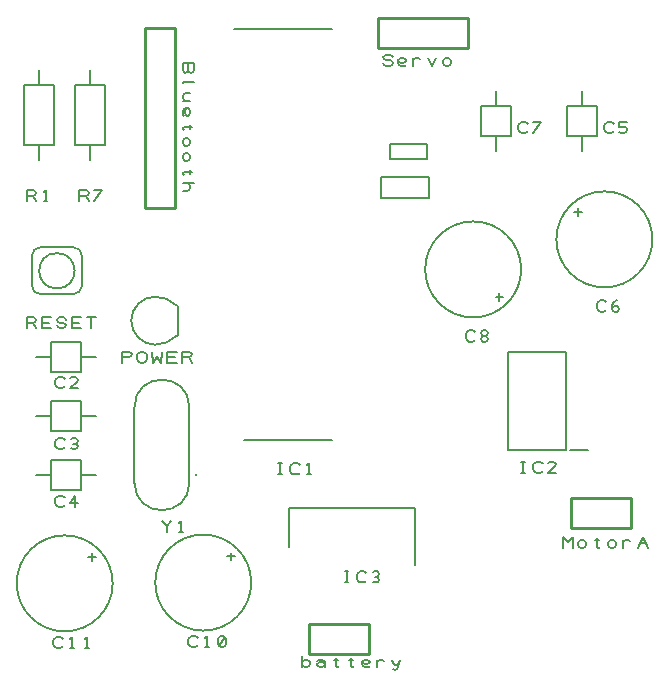
<source format=gbr>
G04 EasyPC Gerber Version 21.0.3 Build 4286 *
G04 #@! TF.Part,Single*
G04 #@! TF.FileFunction,Legend,Top *
G04 #@! TF.FilePolarity,Positive *
%FSLAX35Y35*%
%MOIN*%
%ADD11C,0.00500*%
%ADD13C,0.00787*%
%ADD12C,0.01000*%
X0Y0D02*
D02*
D11*
X18826Y117737D02*
Y121487D01*
X21014*
X21639Y121175*
X21952Y120550*
X21639Y119925*
X21014Y119613*
X18826*
X21014D02*
X21952Y117737D01*
X23826D02*
Y121487D01*
X26952*
X26326Y119613D02*
X23826D01*
Y117737D02*
X26952D01*
X28826Y118675D02*
X29139Y118050D01*
X29764Y117737*
X31014*
X31639Y118050*
X31952Y118675*
X31639Y119300*
X31014Y119613*
X29764*
X29139Y119925*
X28826Y120550*
X29139Y121175*
X29764Y121487*
X31014*
X31639Y121175*
X31952Y120550*
X33826Y117737D02*
Y121487D01*
X36952*
X36326Y119613D02*
X33826D01*
Y117737D02*
X36952D01*
X40389D02*
Y121487D01*
X38826D02*
X41952D01*
X18850Y159987D02*
Y163737D01*
X21037*
X21663Y163425*
X21975Y162800*
X21663Y162175*
X21037Y161863*
X18850*
X21037D02*
X21975Y159987D01*
X24475D02*
X25725D01*
X25100D02*
Y163737D01*
X24475Y163113*
X22050Y68650D02*
X27050D01*
X22050Y88450D02*
X27050D01*
X22050Y108250D02*
X27050D01*
X23050Y173850D02*
Y178850D01*
Y198850D02*
Y203850D01*
X23448Y129034D02*
X34274D01*
G75*
G03X37227Y131987J2953*
G01*
Y141830*
G75*
G03X34274Y144782I-2953*
G01*
X23448*
G75*
G03X20495Y141830J-2953*
G01*
Y131987*
G75*
G03X23448Y129034I2953*
G01*
X27050Y63650D02*
Y73650D01*
X37050*
Y63650*
X27050*
Y83450D02*
Y93450D01*
X37050*
Y83450*
X27050*
Y103250D02*
Y113250D01*
X37050*
Y103250*
X27050*
X30849Y11763D02*
X30536Y11450D01*
X29911Y11137*
X28974*
X28349Y11450*
X28036Y11763*
X27724Y12387*
Y13637*
X28036Y14263*
X28349Y14575*
X28974Y14887*
X29911*
X30536Y14575*
X30849Y14263*
X33349Y11137D02*
X34599D01*
X33974D02*
Y14887D01*
X33349Y14263*
X38349Y11137D02*
X39599D01*
X38974D02*
Y14887D01*
X38349Y14263*
X28050Y178850D02*
X18050D01*
Y198850*
X28050*
Y178850*
X31425Y58813D02*
X31113Y58500D01*
X30487Y58187*
X29550*
X28925Y58500*
X28613Y58813*
X28300Y59437*
Y60687*
X28613Y61313*
X28925Y61625*
X29550Y61937*
X30487*
X31113Y61625*
X31425Y61313*
X34863Y58187D02*
Y61937D01*
X33300Y59437*
X35800*
X31425Y78013D02*
X31113Y77700D01*
X30487Y77387*
X29550*
X28925Y77700*
X28613Y78013*
X28300Y78637*
Y79887*
X28613Y80513*
X28925Y80825*
X29550Y81137*
X30487*
X31113Y80825*
X31425Y80513*
X33613Y77700D02*
X34237Y77387D01*
X34863*
X35487Y77700*
X35800Y78325*
X35487Y78950*
X34863Y79263*
X34237*
X34863D02*
X35487Y79575D01*
X35800Y80200*
X35487Y80825*
X34863Y81137*
X34237*
X33613Y80825*
X31425Y98413D02*
X31113Y98100D01*
X30487Y97787*
X29550*
X28925Y98100*
X28613Y98413*
X28300Y99037*
Y100287*
X28613Y100913*
X28925Y101225*
X29550Y101537*
X30487*
X31113Y101225*
X31425Y100913*
X35800Y97787D02*
X33300D01*
X35487Y99975*
X35800Y100600*
X35487Y101225*
X34863Y101537*
X33925*
X33300Y101225*
X28861Y142794D02*
G75*
G03Y130983J-5906D01*
G01*
G75*
G03Y142794J5906*
G01*
X31474Y48700D02*
G75*
G02X47474Y32700J-16000D01*
G01*
G75*
G02X31474Y16700I-16000*
G01*
G75*
G02X15474Y32700J16000*
G01*
G75*
G02X31474Y48700I16000*
G01*
X36400Y159987D02*
Y163737D01*
X38587*
X39213Y163425*
X39525Y162800*
X39213Y162175*
X38587Y161863*
X36400*
X38587D02*
X39525Y159987D01*
X41400D02*
X43900Y163737D01*
X41400*
X37050Y68650D02*
X42050D01*
X37050Y88450D02*
X42050D01*
X37050Y108250D02*
X42050D01*
X40661Y42700D02*
Y40200D01*
X39411Y41450D02*
X41911D01*
X39850Y173850D02*
Y178850D01*
Y198850D02*
Y203850D01*
X44850Y178850D02*
X34850D01*
Y198850*
X44850*
Y178850*
X50650Y106187D02*
Y109937D01*
X52837*
X53463Y109625*
X53775Y109000*
X53463Y108375*
X52837Y108063*
X50650*
X55650Y107437D02*
Y108687D01*
X55963Y109313*
X56275Y109625*
X56900Y109937*
X57525*
X58150Y109625*
X58463Y109313*
X58775Y108687*
Y107437*
X58463Y106813*
X58150Y106500*
X57525Y106187*
X56900*
X56275Y106500*
X55963Y106813*
X55650Y107437*
X60650Y109937D02*
X60963Y106187D01*
X62213Y108063*
X63463Y106187*
X63775Y109937*
X65650Y106187D02*
Y109937D01*
X68775*
X68150Y108063D02*
X65650D01*
Y106187D02*
X68775D01*
X70650D02*
Y109937D01*
X72837*
X73463Y109625*
X73775Y109000*
X73463Y108375*
X72837Y108063*
X70650*
X72837D02*
X73775Y106187D01*
X61650Y128250D02*
G75*
G03X53650Y120250J-8000D01*
G01*
G75*
G03X61650Y112250I8000*
G01*
G75*
G03X68750Y115150I49J10020*
G01*
X69150Y115550*
Y124950*
X68750Y125350*
G75*
G03X61650Y128250I-7051J-7120*
G01*
X65465Y49787D02*
Y51663D01*
X63902Y53537*
X65465Y51663D02*
X67028Y53537D01*
X69528Y49787D02*
X70778D01*
X70152D02*
Y53537D01*
X69528Y52913*
X72663Y203863D02*
X72350Y203237D01*
X71725Y202925*
X71100Y203237*
X70787Y203863*
Y206050*
X74537*
Y203863*
X74225Y203237*
X73600Y202925*
X72975Y203237*
X72663Y203863*
Y206050*
X70787Y199487D02*
Y199800D01*
X74537*
X73287Y196050D02*
X71725D01*
X71100Y195737*
X70787Y195113*
Y194487*
X71100Y193863*
X71725Y193550*
X73287D02*
X70787D01*
X71100Y188550D02*
X70787Y188863D01*
Y189487*
Y190113*
X71100Y190737*
X71725Y191050*
X72663*
X72975Y190737*
X73287Y190113*
Y189487*
X72975Y188863*
X72663Y188550*
X72350*
X72037Y188863*
X71725Y189487*
Y190113*
X72037Y190737*
X72350Y191050*
X73287Y185425D02*
Y184175D01*
X73913Y184800D02*
X71100D01*
X70787Y184487*
Y184175*
X71100Y183863*
X71725Y181050D02*
X71100Y180737D01*
X70787Y180113*
Y179487*
X71100Y178863*
X71725Y178550*
X72350*
X72975Y178863*
X73287Y179487*
Y180113*
X72975Y180737*
X72350Y181050*
X71725*
Y176050D02*
X71100Y175737D01*
X70787Y175113*
Y174487*
X71100Y173863*
X71725Y173550*
X72350*
X72975Y173863*
X73287Y174487*
Y175113*
X72975Y175737*
X72350Y176050*
X71725*
X73287Y170425D02*
Y169175D01*
X73913Y169800D02*
X71100D01*
X70787Y169487*
Y169175*
X71100Y168863*
X70787Y166050D02*
X74537D01*
X72350D02*
X72975Y165737D01*
X73287Y165113*
Y164487*
X72975Y163863*
X72350Y163550*
X70787*
X75775Y12013D02*
X75463Y11700D01*
X74837Y11387*
X73900*
X73275Y11700*
X72963Y12013*
X72650Y12637*
Y13887*
X72963Y14513*
X73275Y14825*
X73900Y15137*
X74837*
X75463Y14825*
X75775Y14513*
X78275Y11387D02*
X79525D01*
X78900D02*
Y15137D01*
X78275Y14513*
X82963Y11700D02*
X83587Y11387D01*
X84213*
X84837Y11700*
X85150Y12325*
Y14200*
X84837Y14825*
X84213Y15137*
X83587*
X82963Y14825*
X82650Y14200*
Y12325*
X82963Y11700*
X84837Y14825*
X77650Y48950D02*
G75*
G02X93650Y32950J-16000D01*
G01*
G75*
G02X77650Y16950I-16000*
G01*
G75*
G02X61650Y32950J16000*
G01*
G75*
G02X77650Y48950I16000*
G01*
X86837Y42950D02*
Y40450D01*
X85587Y41700D02*
X88087D01*
X102587Y68987D02*
X103837D01*
X103213D02*
Y72737D01*
X102587D02*
X103837D01*
X109775Y69613D02*
X109463Y69300D01*
X108837Y68987*
X107900*
X107275Y69300*
X106963Y69613*
X106650Y70237*
Y71487*
X106963Y72113*
X107275Y72425*
X107900Y72737*
X108837*
X109463Y72425*
X109775Y72113*
X112275Y68987D02*
X113525D01*
X112900D02*
Y72737D01*
X112275Y72113*
X110650Y5725D02*
X110963Y5100D01*
X111587Y4787*
X112213*
X112837Y5100*
X113150Y5725*
Y6350*
X112837Y6975*
X112213Y7287*
X111587*
X110963Y6975*
X110650Y6350*
Y4787D02*
Y8537D01*
X115650Y6975D02*
X116275Y7287D01*
X117213*
X117837Y6975*
X118150Y6350*
Y5413*
X117837Y5100*
X117213Y4787*
X116587*
X115963Y5100*
X115650Y5413*
Y5725*
X115963Y6037*
X116587Y6350*
X117213*
X117837Y6037*
X118150Y5725*
Y5413D02*
Y4787D01*
X121275Y7287D02*
X122525D01*
X121900Y7913D02*
Y5100D01*
X122213Y4787*
X122525*
X122837Y5100*
X126275Y7287D02*
X127525D01*
X126900Y7913D02*
Y5100D01*
X127213Y4787*
X127525*
X127837Y5100*
X133150D02*
X132837Y4787D01*
X132213*
X131587*
X130963Y5100*
X130650Y5725*
Y6663*
X130963Y6975*
X131587Y7287*
X132213*
X132837Y6975*
X133150Y6663*
Y6350*
X132837Y6037*
X132213Y5725*
X131587*
X130963Y6037*
X130650Y6350*
X135650Y4787D02*
Y7287D01*
Y6350D02*
X135963Y6975D01*
X136587Y7287*
X137213*
X137837Y6975*
X140650Y7287D02*
X140963Y6037D01*
X141587Y5413*
X142213*
X142837Y6037*
X143150Y7287*
X142837Y6037D02*
X142525Y4787D01*
X142213Y4163*
X141587Y3850*
X140963Y4163*
X124787Y32987D02*
X126037D01*
X125413D02*
Y36737D01*
X124787D02*
X126037D01*
X131975Y33613D02*
X131663Y33300D01*
X131037Y32987*
X130100*
X129475Y33300*
X129163Y33613*
X128850Y34237*
Y35487*
X129163Y36113*
X129475Y36425*
X130100Y36737*
X131037*
X131663Y36425*
X131975Y36113*
X134163Y33300D02*
X134787Y32987D01*
X135413*
X136037Y33300*
X136350Y33925*
X136037Y34550*
X135413Y34863*
X134787*
X135413D02*
X136037Y35175D01*
X136350Y35800*
X136037Y36425*
X135413Y36737*
X134787*
X134163Y36425*
X136850Y161150D02*
X152850D01*
Y168150*
X136850*
Y161150*
X137650Y206125D02*
X137963Y205500D01*
X138587Y205187*
X139837*
X140463Y205500*
X140775Y206125*
X140463Y206750*
X139837Y207063*
X138587*
X137963Y207375*
X137650Y208000*
X137963Y208625*
X138587Y208937*
X139837*
X140463Y208625*
X140775Y208000*
X145150Y205500D02*
X144837Y205187D01*
X144213*
X143587*
X142963Y205500*
X142650Y206125*
Y207063*
X142963Y207375*
X143587Y207687*
X144213*
X144837Y207375*
X145150Y207063*
Y206750*
X144837Y206437*
X144213Y206125*
X143587*
X142963Y206437*
X142650Y206750*
X147650Y205187D02*
Y207687D01*
Y206750D02*
X147963Y207375D01*
X148587Y207687*
X149213*
X149837Y207375*
X152650Y207687D02*
X153900Y205187D01*
X155150Y207687*
X157650Y206125D02*
X157963Y205500D01*
X158587Y205187*
X159213*
X159837Y205500*
X160150Y206125*
Y206750*
X159837Y207375*
X159213Y207687*
X158587*
X157963Y207375*
X157650Y206750*
Y206125*
X139900Y174000D02*
Y179300D01*
X152200*
Y174000*
X139900*
X168249Y113913D02*
X167936Y113600D01*
X167311Y113287*
X166374*
X165749Y113600*
X165436Y113913*
X165124Y114537*
Y115787*
X165436Y116413*
X165749Y116725*
X166374Y117037*
X167311*
X167936Y116725*
X168249Y116413*
X171061Y115163D02*
X171686D01*
X172311Y115475*
X172624Y116100*
X172311Y116725*
X171686Y117037*
X171061*
X170436Y116725*
X170124Y116100*
X170436Y115475*
X171061Y115163*
X170436Y114850*
X170124Y114225*
X170436Y113600*
X171061Y113287*
X171686*
X172311Y113600*
X172624Y114225*
X172311Y114850*
X171686Y115163*
X170124Y191850D02*
X180124D01*
Y181850*
X170124*
Y191850*
X175124Y181850D02*
Y176850D01*
Y196850D02*
Y191850D01*
X177624Y128163D02*
X175124D01*
X176374Y129413D02*
Y126913D01*
X183561Y69537D02*
X184811D01*
X184186D02*
Y73287D01*
X183561D02*
X184811D01*
X190749Y70163D02*
X190436Y69850D01*
X189811Y69537*
X188874*
X188249Y69850*
X187936Y70163*
X187624Y70787*
Y72037*
X187936Y72663*
X188249Y72975*
X188874Y73287*
X189811*
X190436Y72975*
X190749Y72663*
X195124Y69537D02*
X192624D01*
X194811Y71725*
X195124Y72350*
X194811Y72975*
X194186Y73287*
X193249*
X192624Y72975*
X185749Y183413D02*
X185436Y183100D01*
X184811Y182787*
X183874*
X183249Y183100*
X182936Y183413*
X182624Y184037*
Y185287*
X182936Y185913*
X183249Y186225*
X183874Y186537*
X184811*
X185436Y186225*
X185749Y185913*
X187624Y182787D02*
X190124Y186537D01*
X187624*
X183624Y137350D02*
G75*
G02X167624Y121350I-16000D01*
G01*
G75*
G02X151624Y137350J16000*
G01*
G75*
G02X167624Y153350I16000*
G01*
G75*
G02X183624Y137350J-16000*
G01*
X195374Y147350D02*
G75*
G02X211374Y163350I16000D01*
G01*
G75*
G02X227374Y147350J-16000*
G01*
G75*
G02X211374Y131350I-16000*
G01*
G75*
G02X195374Y147350J16000*
G01*
X197624Y44537D02*
Y48287D01*
X199186Y46413*
X200749Y48287*
Y44537*
X202624Y45475D02*
X202936Y44850D01*
X203561Y44537*
X204186*
X204811Y44850*
X205124Y45475*
Y46100*
X204811Y46725*
X204186Y47037*
X203561*
X202936Y46725*
X202624Y46100*
Y45475*
X208249Y47037D02*
X209499D01*
X208874Y47663D02*
Y44850D01*
X209186Y44537*
X209499*
X209811Y44850*
X212624Y45475D02*
X212936Y44850D01*
X213561Y44537*
X214186*
X214811Y44850*
X215124Y45475*
Y46100*
X214811Y46725*
X214186Y47037*
X213561*
X212936Y46725*
X212624Y46100*
Y45475*
X217624Y44537D02*
Y47037D01*
Y46100D02*
X217936Y46725D01*
X218561Y47037*
X219186*
X219811Y46725*
X222624Y44537D02*
X224186Y48287D01*
X225749Y44537*
X223249Y46100D02*
X225124D01*
X198874Y191850D02*
X208874D01*
Y181850*
X198874*
Y191850*
X201374Y156537D02*
X203874D01*
X202624Y155287D02*
Y157787D01*
X203874Y181850D02*
Y176850D01*
Y196850D02*
Y191850D01*
X211999Y123913D02*
X211686Y123600D01*
X211061Y123287*
X210124*
X209499Y123600*
X209186Y123913*
X208874Y124537*
Y125787*
X209186Y126413*
X209499Y126725*
X210124Y127037*
X211061*
X211686Y126725*
X211999Y126413*
X213874Y124225D02*
X214186Y124850D01*
X214811Y125163*
X215436*
X216061Y124850*
X216374Y124225*
X216061Y123600*
X215436Y123287*
X214811*
X214186Y123600*
X213874Y124225*
Y125163*
X214186Y126100*
X214811Y126725*
X215436Y127037*
X214499Y183413D02*
X214186Y183100D01*
X213561Y182787*
X212624*
X211999Y183100*
X211686Y183413*
X211374Y184037*
Y185287*
X211686Y185913*
X211999Y186225*
X212624Y186537*
X213561*
X214186Y186225*
X214499Y185913*
X216374Y183100D02*
X216999Y182787D01*
X217936*
X218561Y183100*
X218874Y183725*
Y184037*
X218561Y184663*
X217936Y184975*
X216374*
Y186537*
X218874*
D02*
D12*
X58250Y217650D02*
Y157650D01*
X68250*
Y217650*
X58250*
X133050Y19050D02*
X113050D01*
Y9050*
X133050*
Y19050*
X166050Y221250D02*
X136050D01*
Y211250*
X166050*
Y221250*
X220124Y61100D02*
X200124D01*
Y51100*
X220124*
Y61100*
D02*
D13*
X54720Y91448D02*
G75*
G02X73027I9154D01*
G01*
Y66252*
G75*
G02X54720I-9154*
G01*
Y91448*
X75193Y68988D02*
G75*
G02Y68649J-169D01*
G01*
Y68988D02*
G75*
G02Y68649J-169D01*
G01*
G75*
G02Y68988J169*
G01*
X87996Y217550D02*
X120598D01*
X91102Y80550D02*
X120598D01*
X148234Y38725D02*
Y57741D01*
X106266*
Y44650*
X198519Y77261D02*
X179228D01*
Y109939*
X198519*
Y77261*
X205901D02*
X199897D01*
X0Y0D02*
M02*

</source>
